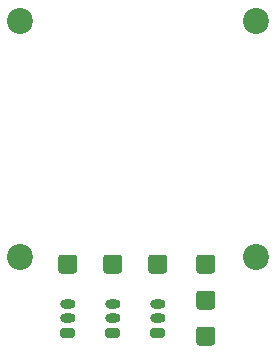
<source format=gbr>
%TF.GenerationSoftware,KiCad,Pcbnew,(5.1.9)-1*%
%TF.CreationDate,2022-05-31T00:47:08+01:00*%
%TF.ProjectId,board,626f6172-642e-46b6-9963-61645f706362,rev?*%
%TF.SameCoordinates,Original*%
%TF.FileFunction,Soldermask,Bot*%
%TF.FilePolarity,Negative*%
%FSLAX46Y46*%
G04 Gerber Fmt 4.6, Leading zero omitted, Abs format (unit mm)*
G04 Created by KiCad (PCBNEW (5.1.9)-1) date 2022-05-31 00:47:08*
%MOMM*%
%LPD*%
G01*
G04 APERTURE LIST*
%ADD10O,1.300000X0.800000*%
%ADD11C,2.200000*%
G04 APERTURE END LIST*
%TO.C,J13*%
G36*
G01*
X107480000Y-122386000D02*
X107480000Y-123486000D01*
G75*
G02*
X107230000Y-123736000I-250000J0D01*
G01*
X106130000Y-123736000D01*
G75*
G02*
X105880000Y-123486000I0J250000D01*
G01*
X105880000Y-122386000D01*
G75*
G02*
X106130000Y-122136000I250000J0D01*
G01*
X107230000Y-122136000D01*
G75*
G02*
X107480000Y-122386000I0J-250000D01*
G01*
G37*
%TD*%
%TO.C,J10*%
G36*
G01*
X117814000Y-125184000D02*
X118914000Y-125184000D01*
G75*
G02*
X119164000Y-125434000I0J-250000D01*
G01*
X119164000Y-126534000D01*
G75*
G02*
X118914000Y-126784000I-250000J0D01*
G01*
X117814000Y-126784000D01*
G75*
G02*
X117564000Y-126534000I0J250000D01*
G01*
X117564000Y-125434000D01*
G75*
G02*
X117814000Y-125184000I250000J0D01*
G01*
G37*
%TD*%
%TO.C,J9*%
G36*
G01*
X118914000Y-123736000D02*
X117814000Y-123736000D01*
G75*
G02*
X117564000Y-123486000I0J250000D01*
G01*
X117564000Y-122386000D01*
G75*
G02*
X117814000Y-122136000I250000J0D01*
G01*
X118914000Y-122136000D01*
G75*
G02*
X119164000Y-122386000I0J-250000D01*
G01*
X119164000Y-123486000D01*
G75*
G02*
X118914000Y-123736000I-250000J0D01*
G01*
G37*
%TD*%
%TO.C,J8*%
G36*
G01*
X113500000Y-123486000D02*
X113500000Y-122386000D01*
G75*
G02*
X113750000Y-122136000I250000J0D01*
G01*
X114850000Y-122136000D01*
G75*
G02*
X115100000Y-122386000I0J-250000D01*
G01*
X115100000Y-123486000D01*
G75*
G02*
X114850000Y-123736000I-250000J0D01*
G01*
X113750000Y-123736000D01*
G75*
G02*
X113500000Y-123486000I0J250000D01*
G01*
G37*
%TD*%
%TO.C,J7*%
G36*
G01*
X109690000Y-123486000D02*
X109690000Y-122386000D01*
G75*
G02*
X109940000Y-122136000I250000J0D01*
G01*
X111040000Y-122136000D01*
G75*
G02*
X111290000Y-122386000I0J-250000D01*
G01*
X111290000Y-123486000D01*
G75*
G02*
X111040000Y-123736000I-250000J0D01*
G01*
X109940000Y-123736000D01*
G75*
G02*
X109690000Y-123486000I0J250000D01*
G01*
G37*
%TD*%
%TO.C,J6*%
G36*
G01*
X117814000Y-128232000D02*
X118914000Y-128232000D01*
G75*
G02*
X119164000Y-128482000I0J-250000D01*
G01*
X119164000Y-129582000D01*
G75*
G02*
X118914000Y-129832000I-250000J0D01*
G01*
X117814000Y-129832000D01*
G75*
G02*
X117564000Y-129582000I0J250000D01*
G01*
X117564000Y-128482000D01*
G75*
G02*
X117814000Y-128232000I250000J0D01*
G01*
G37*
%TD*%
D10*
%TO.C,J4*%
X114300000Y-126278000D03*
X114300000Y-127528000D03*
G36*
G01*
X114750000Y-129178000D02*
X113850000Y-129178000D01*
G75*
G02*
X113650000Y-128978000I0J200000D01*
G01*
X113650000Y-128578000D01*
G75*
G02*
X113850000Y-128378000I200000J0D01*
G01*
X114750000Y-128378000D01*
G75*
G02*
X114950000Y-128578000I0J-200000D01*
G01*
X114950000Y-128978000D01*
G75*
G02*
X114750000Y-129178000I-200000J0D01*
G01*
G37*
%TD*%
%TO.C,J3*%
X110490000Y-126278000D03*
X110490000Y-127528000D03*
G36*
G01*
X110940000Y-129178000D02*
X110040000Y-129178000D01*
G75*
G02*
X109840000Y-128978000I0J200000D01*
G01*
X109840000Y-128578000D01*
G75*
G02*
X110040000Y-128378000I200000J0D01*
G01*
X110940000Y-128378000D01*
G75*
G02*
X111140000Y-128578000I0J-200000D01*
G01*
X111140000Y-128978000D01*
G75*
G02*
X110940000Y-129178000I-200000J0D01*
G01*
G37*
%TD*%
%TO.C,J2*%
X106680000Y-126278000D03*
X106680000Y-127528000D03*
G36*
G01*
X107130000Y-129178000D02*
X106230000Y-129178000D01*
G75*
G02*
X106030000Y-128978000I0J200000D01*
G01*
X106030000Y-128578000D01*
G75*
G02*
X106230000Y-128378000I200000J0D01*
G01*
X107130000Y-128378000D01*
G75*
G02*
X107330000Y-128578000I0J-200000D01*
G01*
X107330000Y-128978000D01*
G75*
G02*
X107130000Y-129178000I-200000J0D01*
G01*
G37*
%TD*%
D11*
%TO.C,H4*%
X122596000Y-122376000D03*
%TD*%
%TO.C,H3*%
X122596000Y-102376000D03*
%TD*%
%TO.C,H2*%
X102596000Y-122376000D03*
%TD*%
%TO.C,H1*%
X102596000Y-102376000D03*
%TD*%
M02*

</source>
